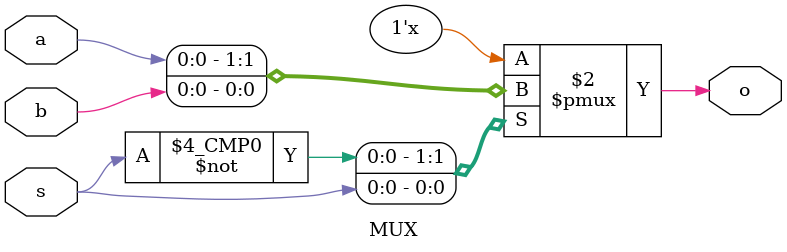
<source format=sv>
`timescale 1ns / 1ps


module MUX
(
    input logic a,b,s,
    output logic o
);
    
always_comb begin
    
    case(s)
        1'b0: o=a;
        1'b1: o=b;
    endcase
    
end
    
     
endmodule

</source>
